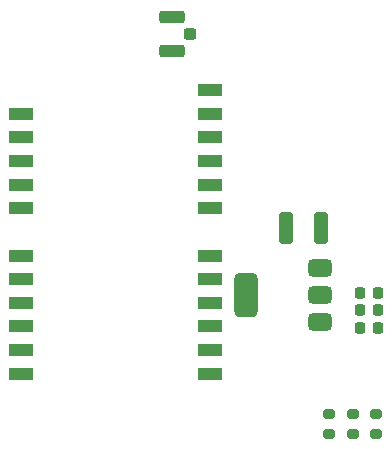
<source format=gbr>
%TF.GenerationSoftware,KiCad,Pcbnew,9.0.3*%
%TF.CreationDate,2025-07-30T22:19:27+08:00*%
%TF.ProjectId,airspeed_BIO,61697273-7065-4656-945f-42494f2e6b69,rev?*%
%TF.SameCoordinates,Original*%
%TF.FileFunction,Paste,Bot*%
%TF.FilePolarity,Positive*%
%FSLAX46Y46*%
G04 Gerber Fmt 4.6, Leading zero omitted, Abs format (unit mm)*
G04 Created by KiCad (PCBNEW 9.0.3) date 2025-07-30 22:19:27*
%MOMM*%
%LPD*%
G01*
G04 APERTURE LIST*
G04 Aperture macros list*
%AMRoundRect*
0 Rectangle with rounded corners*
0 $1 Rounding radius*
0 $2 $3 $4 $5 $6 $7 $8 $9 X,Y pos of 4 corners*
0 Add a 4 corners polygon primitive as box body*
4,1,4,$2,$3,$4,$5,$6,$7,$8,$9,$2,$3,0*
0 Add four circle primitives for the rounded corners*
1,1,$1+$1,$2,$3*
1,1,$1+$1,$4,$5*
1,1,$1+$1,$6,$7*
1,1,$1+$1,$8,$9*
0 Add four rect primitives between the rounded corners*
20,1,$1+$1,$2,$3,$4,$5,0*
20,1,$1+$1,$4,$5,$6,$7,0*
20,1,$1+$1,$6,$7,$8,$9,0*
20,1,$1+$1,$8,$9,$2,$3,0*%
G04 Aperture macros list end*
%ADD10RoundRect,0.200000X0.275000X-0.200000X0.275000X0.200000X-0.275000X0.200000X-0.275000X-0.200000X0*%
%ADD11RoundRect,0.225000X-0.225000X-0.250000X0.225000X-0.250000X0.225000X0.250000X-0.225000X0.250000X0*%
%ADD12RoundRect,0.250000X-0.325000X-1.100000X0.325000X-1.100000X0.325000X1.100000X-0.325000X1.100000X0*%
%ADD13R,2.000000X1.000000*%
%ADD14RoundRect,0.375000X0.625000X0.375000X-0.625000X0.375000X-0.625000X-0.375000X0.625000X-0.375000X0*%
%ADD15RoundRect,0.500000X0.500000X1.400000X-0.500000X1.400000X-0.500000X-1.400000X0.500000X-1.400000X0*%
%ADD16RoundRect,0.250000X0.275000X0.250000X-0.275000X0.250000X-0.275000X-0.250000X0.275000X-0.250000X0*%
%ADD17RoundRect,0.250000X0.850000X0.275000X-0.850000X0.275000X-0.850000X-0.275000X0.850000X-0.275000X0*%
G04 APERTURE END LIST*
D10*
%TO.C,R19*%
X127800000Y-97825000D03*
X127800000Y-96175000D03*
%TD*%
%TO.C,R17*%
X125800000Y-97825000D03*
X125800000Y-96175000D03*
%TD*%
D11*
%TO.C,C9*%
X128400000Y-88900000D03*
X129950000Y-88900000D03*
%TD*%
D12*
%TO.C,C13*%
X122150000Y-80400000D03*
X125100000Y-80400000D03*
%TD*%
D13*
%TO.C,U7*%
X115740000Y-68750000D03*
X115740000Y-70750000D03*
X115740000Y-72750000D03*
X115740000Y-74750000D03*
X115740000Y-76750000D03*
X115740000Y-78750000D03*
X115740000Y-82750000D03*
X115740000Y-84750000D03*
X115740000Y-86750000D03*
X115740000Y-88750000D03*
X115740000Y-90750000D03*
X115740000Y-92750000D03*
X99740000Y-92750000D03*
X99740000Y-90750000D03*
X99740000Y-88750000D03*
X99740000Y-86750000D03*
X99740000Y-84750000D03*
X99740000Y-82750000D03*
X99740000Y-78750000D03*
X99740000Y-76750000D03*
X99740000Y-74750000D03*
X99740000Y-72750000D03*
X99740000Y-70750000D03*
%TD*%
D14*
%TO.C,U2*%
X125050000Y-83800000D03*
X125050000Y-86100000D03*
D15*
X118750000Y-86100000D03*
D14*
X125050000Y-88400000D03*
%TD*%
D11*
%TO.C,C8*%
X128400000Y-85890000D03*
X129950000Y-85890000D03*
%TD*%
D10*
%TO.C,R18*%
X129800000Y-97825000D03*
X129800000Y-96175000D03*
%TD*%
D16*
%TO.C,J4*%
X114000000Y-64000000D03*
D17*
X112475000Y-65475000D03*
X112475000Y-62525000D03*
%TD*%
D11*
%TO.C,C7*%
X128400000Y-87400000D03*
X129950000Y-87400000D03*
%TD*%
M02*

</source>
